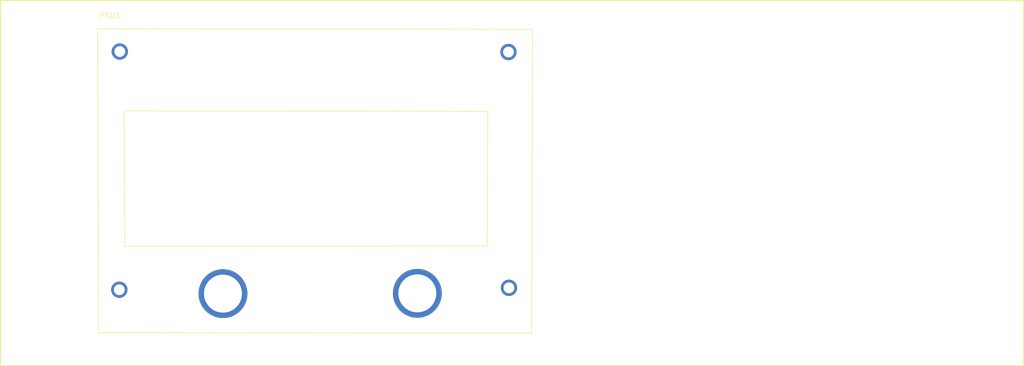
<source format=kicad_pcb>
(kicad_pcb (version 4) (host pcbnew 4.0.5)

  (general
    (links 0)
    (no_connects 0)
    (area 60.859999 44.984999 249.655001 209.710001)
    (thickness 1.6)
    (drawings 9)
    (tracks 0)
    (zones 0)
    (modules 1)
    (nets 1)
  )

  (page A4)
  (layers
    (0 F.Cu signal)
    (31 B.Cu signal)
    (32 B.Adhes user)
    (33 F.Adhes user)
    (34 B.Paste user)
    (35 F.Paste user)
    (36 B.SilkS user)
    (37 F.SilkS user)
    (38 B.Mask user)
    (39 F.Mask user)
    (40 Dwgs.User user)
    (41 Cmts.User user)
    (42 Eco1.User user)
    (43 Eco2.User user)
    (44 Edge.Cuts user)
    (45 Margin user)
    (46 B.CrtYd user)
    (47 F.CrtYd user)
    (48 B.Fab user)
    (49 F.Fab user)
  )

  (setup
    (last_trace_width 0.25)
    (trace_clearance 0.2)
    (zone_clearance 0.508)
    (zone_45_only no)
    (trace_min 0.2)
    (segment_width 0.2)
    (edge_width 0.15)
    (via_size 0.6)
    (via_drill 0.4)
    (via_min_size 0.4)
    (via_min_drill 0.3)
    (uvia_size 0.3)
    (uvia_drill 0.1)
    (uvias_allowed no)
    (uvia_min_size 0.2)
    (uvia_min_drill 0.1)
    (pcb_text_width 0.3)
    (pcb_text_size 1.5 1.5)
    (mod_edge_width 0.15)
    (mod_text_size 1 1)
    (mod_text_width 0.15)
    (pad_size 1.524 1.524)
    (pad_drill 0.762)
    (pad_to_mask_clearance 0.2)
    (aux_axis_origin 0 0)
    (visible_elements 7FFFFFFF)
    (pcbplotparams
      (layerselection 0x00030_80000001)
      (usegerberextensions false)
      (excludeedgelayer true)
      (linewidth 0.100000)
      (plotframeref false)
      (viasonmask false)
      (mode 1)
      (useauxorigin false)
      (hpglpennumber 1)
      (hpglpenspeed 20)
      (hpglpendiameter 15)
      (hpglpenoverlay 2)
      (psnegative false)
      (psa4output false)
      (plotreference true)
      (plotvalue true)
      (plotinvisibletext false)
      (padsonsilk false)
      (subtractmaskfromsilk false)
      (outputformat 1)
      (mirror false)
      (drillshape 1)
      (scaleselection 1)
      (outputdirectory ""))
  )

  (net 0 "")

  (net_class Default "This is the default net class."
    (clearance 0.2)
    (trace_width 0.25)
    (via_dia 0.6)
    (via_drill 0.4)
    (uvia_dia 0.3)
    (uvia_drill 0.1)
  )

  (module "KiCad Libraries:PSUFrontPanel" (layer F.Cu) (tedit 58BC2301) (tstamp 58BC0C44)
    (at 126.365 75.565)
    (path /58BC06B1)
    (fp_text reference PSU1 (at -45.2 -27.75) (layer F.SilkS)
      (effects (font (size 1 1) (thickness 0.15)))
    )
    (fp_text value PSuFrontPanel (at 27.61 32.88) (layer F.Fab)
      (effects (font (size 1 1) (thickness 0.15)))
    )
    (fp_line (start -42.44 -10.15) (end 24.41 -10.06) (layer F.SilkS) (width 0.15))
    (fp_line (start 24.41 -10.06) (end 24.32 14.74) (layer F.SilkS) (width 0.15))
    (fp_line (start 24.32 14.74) (end -42.53 14.83) (layer F.SilkS) (width 0.15))
    (fp_line (start -42.53 14.83) (end -42.62 -9.97) (layer F.SilkS) (width 0.15))
    (fp_line (start -42.62 -9.97) (end -42.53 -10.06) (layer F.SilkS) (width 0.15))
    (fp_line (start -47.33 -25.26) (end 32.68 -25.17) (layer F.SilkS) (width 0.15))
    (fp_line (start 32.68 -25.17) (end 32.5 30.84) (layer F.SilkS) (width 0.15))
    (fp_line (start 32.5 30.84) (end -47.33 30.75) (layer F.SilkS) (width 0.15))
    (fp_line (start -47.33 30.75) (end -47.51 -25.17) (layer F.SilkS) (width 0.15))
    (fp_line (start -47.51 -25.17) (end -47.33 -25.35) (layer F.SilkS) (width 0.15))
    (pad 7 thru_hole circle (at 11.43 23.495) (size 9 9) (drill 7) (layers *.Cu *.Mask))
    (pad 1 thru_hole circle (at -43.42 -21.08) (size 3 3) (drill 2) (layers *.Cu *.Mask))
    (pad 1 thru_hole circle (at 28.23 -20.99) (size 3 3) (drill 2) (layers *.Cu *.Mask))
    (pad 1 thru_hole circle (at 28.32 22.48) (size 3 3) (drill 2) (layers *.Cu *.Mask))
    (pad 1 thru_hole circle (at -43.51 22.83) (size 3 3) (drill 2) (layers *.Cu *.Mask))
    (pad 7 thru_hole circle (at -24.4 23.55) (size 9 9) (drill 7) (layers *.Cu *.Mask))
  )

  (gr_line (start 249.555 45.085) (end 248.92 45.085) (angle 90) (layer F.SilkS) (width 0.2))
  (gr_line (start 246.38 45.085) (end 249.555 45.085) (angle 90) (layer F.SilkS) (width 0.2))
  (gr_line (start 249.555 45.085) (end 246.38 45.085) (angle 90) (layer F.SilkS) (width 0.2))
  (gr_line (start 60.96 45.085) (end 249.555 45.085) (angle 90) (layer F.SilkS) (width 0.2))
  (gr_line (start 60.96 112.395) (end 60.96 45.085) (angle 90) (layer F.SilkS) (width 0.2))
  (gr_line (start 249.555 112.395) (end 60.96 112.395) (angle 90) (layer F.SilkS) (width 0.2))
  (gr_line (start 64.135 112.395) (end 249.555 112.395) (angle 90) (layer F.SilkS) (width 0.2))
  (gr_line (start 249.555 112.395) (end 64.135 112.395) (angle 90) (layer F.SilkS) (width 0.2))
  (gr_line (start 249.555 45.085) (end 249.555 112.395) (angle 90) (layer F.SilkS) (width 0.2))

)

</source>
